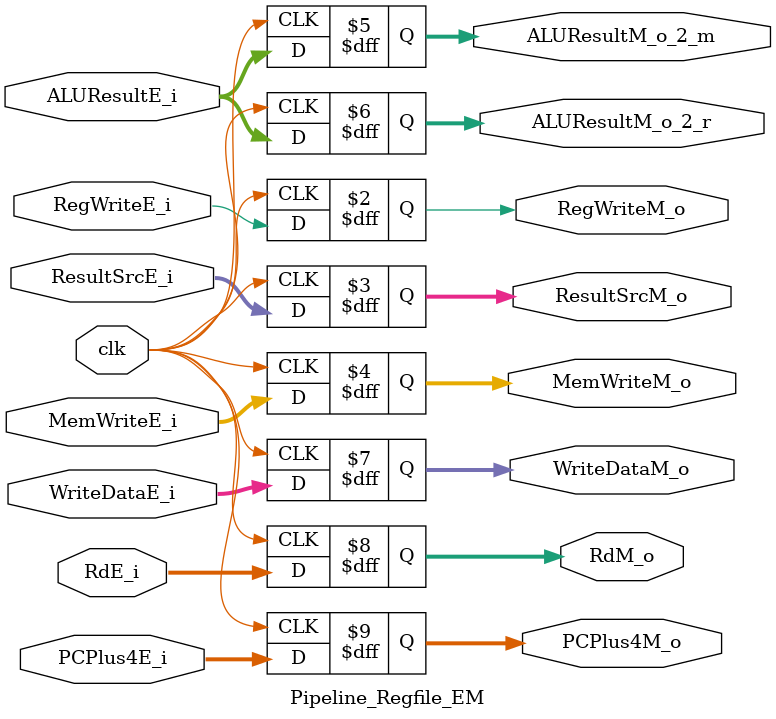
<source format=sv>
module Pipeline_Regfile_EM (
    //INPUTS
    input logic             clk,
    input logic             RegWriteE_i,
    input logic [1: 0]      ResultSrcE_i,
    input logic [2: 0]      MemWriteE_i,

    input logic [31:0]      ALUResultE_i,
    input logic [31:0]      WriteDataE_i,
    input logic [4: 0]      RdE_i,
    input logic [31:0]      PCPlus4E_i,

    //OUTPUTS
    output logic            RegWriteM_o,
    output logic [1: 0]     ResultSrcM_o,
    output logic [2: 0]      MemWriteM_o,

    output logic [31:0]     ALUResultM_o_2_m,
    output logic [31:0]     ALUResultM_o_2_r,
    output logic [31:0]     WriteDataM_o, 
    output logic [4: 0]     RdM_o,
    output logic [31:0]     PCPlus4M_o
);

always_ff @(posedge clk) begin
    RegWriteM_o <= RegWriteE_i;
    ResultSrcM_o <= ResultSrcE_i;
    MemWriteM_o <= MemWriteE_i;
    ALUResultM_o_2_m <= ALUResultE_i;
    ALUResultM_o_2_r <= ALUResultE_i;
    WriteDataM_o <= WriteDataE_i;
    RdM_o <= RdE_i;
    PCPlus4M_o <= PCPlus4E_i;
end

endmodule

</source>
